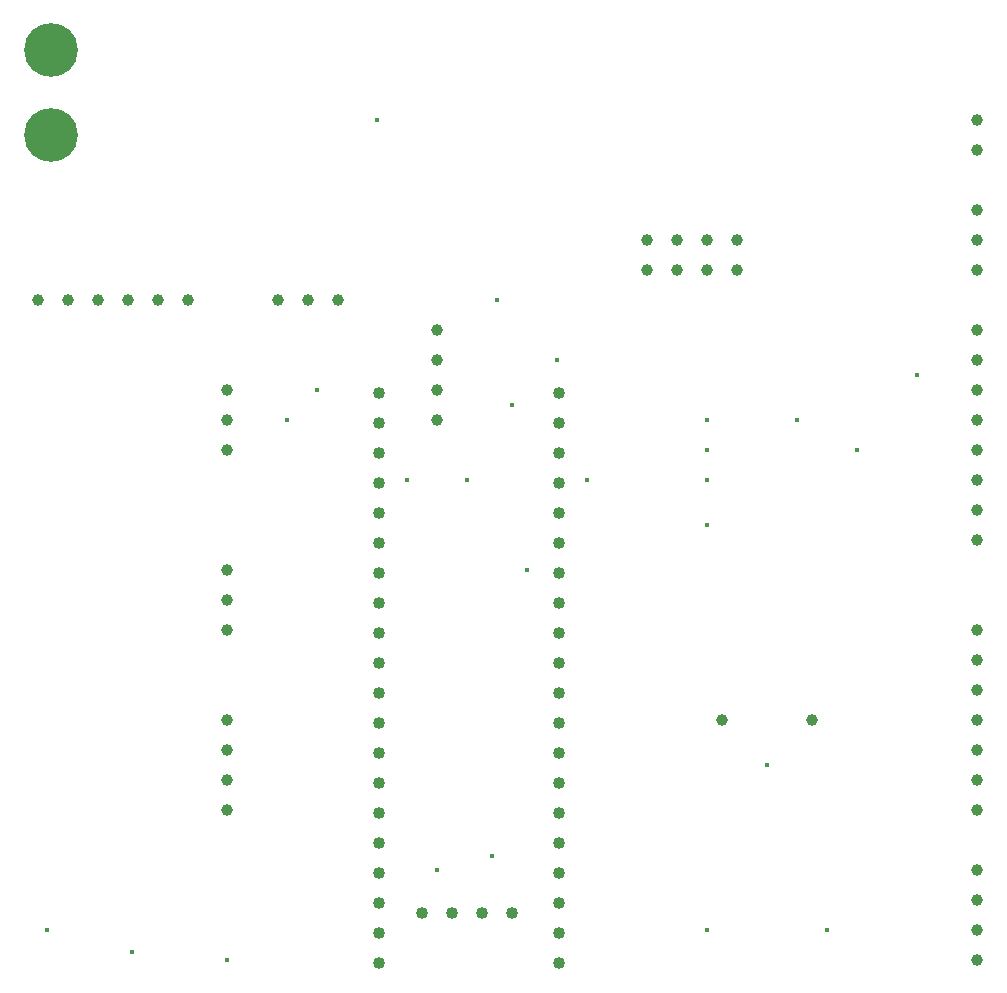
<source format=gbr>
%TF.GenerationSoftware,KiCad,Pcbnew,7.0.10-7.0.10~ubuntu22.04.1*%
%TF.CreationDate,2024-01-15T22:38:53+07:00*%
%TF.ProjectId,PCB_Sensor,5043425f-5365-46e7-936f-722e6b696361,rev?*%
%TF.SameCoordinates,Original*%
%TF.FileFunction,Plated,1,2,PTH,Drill*%
%TF.FilePolarity,Positive*%
%FSLAX46Y46*%
G04 Gerber Fmt 4.6, Leading zero omitted, Abs format (unit mm)*
G04 Created by KiCad (PCBNEW 7.0.10-7.0.10~ubuntu22.04.1) date 2024-01-15 22:38:53*
%MOMM*%
%LPD*%
G01*
G04 APERTURE LIST*
%TA.AperFunction,ViaDrill*%
%ADD10C,0.400000*%
%TD*%
%TA.AperFunction,ComponentDrill*%
%ADD11C,1.000000*%
%TD*%
%TA.AperFunction,ComponentDrill*%
%ADD12C,1.016000*%
%TD*%
%TA.AperFunction,ComponentDrill*%
%ADD13C,4.550000*%
%TD*%
G04 APERTURE END LIST*
D10*
X78740000Y-101600000D03*
X85900000Y-103475000D03*
X93980000Y-104140000D03*
X99060000Y-58420000D03*
X101600000Y-55880000D03*
X106680000Y-33020000D03*
X109220000Y-63500000D03*
X111760000Y-96520000D03*
X111760000Y-96520000D03*
X114300000Y-63500000D03*
X116381777Y-95354670D03*
X116840000Y-48260000D03*
X118110000Y-57150000D03*
X119380000Y-71120000D03*
X121920000Y-53340000D03*
X124460000Y-63500000D03*
X134620000Y-58420000D03*
X134620000Y-60960000D03*
X134620000Y-63500000D03*
X134620000Y-67310000D03*
X134620000Y-101600000D03*
X139700000Y-87630000D03*
X142240000Y-58420000D03*
X144780000Y-101600000D03*
X147320000Y-60960000D03*
X152400000Y-54610000D03*
D11*
%TO.C,J11*%
X78000000Y-48260000D03*
X80540000Y-48260000D03*
X83080000Y-48260000D03*
X85620000Y-48260000D03*
X88160000Y-48260000D03*
X90700000Y-48260000D03*
%TO.C,J8*%
X93980000Y-55880000D03*
X93980000Y-58420000D03*
X93980000Y-60960000D03*
%TO.C,J2*%
X93980000Y-71120000D03*
X93980000Y-73660000D03*
X93980000Y-76200000D03*
%TO.C,J9*%
X93980000Y-83820000D03*
X93980000Y-86360000D03*
X93980000Y-88900000D03*
X93980000Y-91440000D03*
%TO.C,J1*%
X98320000Y-48260000D03*
X100860000Y-48260000D03*
X103400000Y-48260000D03*
%TO.C,J7*%
X111760000Y-50800000D03*
X111760000Y-53340000D03*
X111760000Y-55880000D03*
X111760000Y-58420000D03*
%TO.C,J15*%
X129540000Y-43180000D03*
%TO.C,J14*%
X129540000Y-45720000D03*
%TO.C,J15*%
X132080000Y-43180000D03*
%TO.C,J14*%
X132080000Y-45720000D03*
%TO.C,J15*%
X134620000Y-43180000D03*
%TO.C,J14*%
X134620000Y-45720000D03*
%TO.C,BZ1*%
X135900000Y-83820000D03*
%TO.C,J15*%
X137160000Y-43180000D03*
%TO.C,J14*%
X137160000Y-45720000D03*
%TO.C,BZ1*%
X143500000Y-83820000D03*
%TO.C,J5*%
X157480000Y-33020000D03*
X157480000Y-35560000D03*
%TO.C,J4*%
X157480000Y-40640000D03*
X157480000Y-43180000D03*
X157480000Y-45720000D03*
%TO.C,J12*%
X157480000Y-50800000D03*
X157480000Y-53340000D03*
X157480000Y-55880000D03*
X157480000Y-58420000D03*
X157480000Y-60960000D03*
X157480000Y-63500000D03*
X157480000Y-66040000D03*
X157480000Y-68580000D03*
%TO.C,J13*%
X157480000Y-76200000D03*
X157480000Y-78740000D03*
X157480000Y-81280000D03*
X157480000Y-83820000D03*
X157480000Y-86360000D03*
X157480000Y-88900000D03*
X157480000Y-91440000D03*
%TO.C,J10*%
X157480000Y-96520000D03*
X157480000Y-99060000D03*
X157480000Y-101600000D03*
X157480000Y-104140000D03*
D12*
%TO.C,U1*%
X106807000Y-56180000D03*
X106807000Y-58720000D03*
X106807000Y-61260000D03*
X106807000Y-63800000D03*
X106807000Y-66340000D03*
X106807000Y-68880000D03*
X106807000Y-71420000D03*
X106807000Y-73960000D03*
X106807000Y-76500000D03*
X106807000Y-79040000D03*
X106807000Y-81580000D03*
X106807000Y-84120000D03*
X106807000Y-86660000D03*
X106807000Y-89200000D03*
X106807000Y-91740000D03*
X106807000Y-94280000D03*
X106807000Y-96820000D03*
X106807000Y-99360000D03*
X106807000Y-101900000D03*
X106807000Y-104440000D03*
X110490000Y-100203000D03*
X113030000Y-100203000D03*
X115570000Y-100203000D03*
X118110000Y-100203000D03*
X122047000Y-56180000D03*
X122047000Y-58720000D03*
X122047000Y-61260000D03*
X122047000Y-63800000D03*
X122047000Y-66340000D03*
X122047000Y-68880000D03*
X122047000Y-71420000D03*
X122047000Y-73960000D03*
X122047000Y-76500000D03*
X122047000Y-79040000D03*
X122047000Y-81580000D03*
X122047000Y-84120000D03*
X122047000Y-86660000D03*
X122047000Y-89200000D03*
X122047000Y-91740000D03*
X122047000Y-94280000D03*
X122047000Y-96820000D03*
X122047000Y-99360000D03*
X122047000Y-101900000D03*
X122047000Y-104440000D03*
D13*
%TO.C,J6*%
X79060000Y-27120000D03*
X79060000Y-34320000D03*
M02*

</source>
